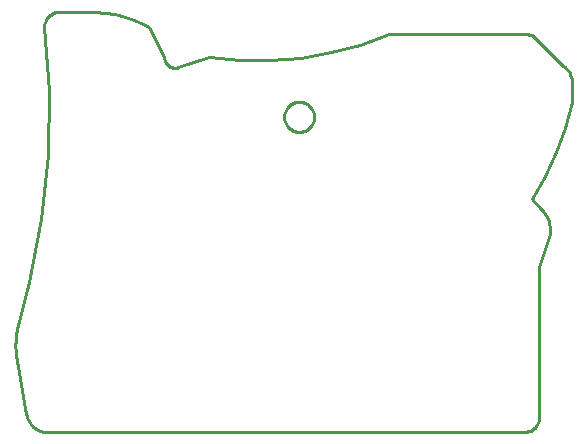
<source format=gko>
G04 EAGLE Gerber X2 export*
G75*
%MOMM*%
%FSLAX34Y34*%
%LPD*%
%AMOC8*
5,1,8,0,0,1.08239X$1,22.5*%
G01*
%ADD10C,0.254000*%


D10*
X1842Y65146D02*
X10199Y15008D01*
X10523Y13475D01*
X10981Y11976D01*
X11567Y10523D01*
X12277Y9127D01*
X13106Y7797D01*
X14049Y6545D01*
X15096Y5380D01*
X16241Y4311D01*
X17475Y3345D01*
X18789Y2491D01*
X20172Y1755D01*
X21614Y1142D01*
X23104Y656D01*
X24630Y303D01*
X26182Y84D01*
X27746Y1D01*
X27915Y0D01*
X431800Y0D01*
X432907Y48D01*
X434005Y193D01*
X435087Y433D01*
X436144Y766D01*
X437167Y1190D01*
X438150Y1701D01*
X439084Y2297D01*
X439963Y2971D01*
X440780Y3720D01*
X441529Y4537D01*
X442203Y5416D01*
X442799Y6350D01*
X443310Y7333D01*
X443734Y8356D01*
X444067Y9413D01*
X444307Y10495D01*
X444452Y11593D01*
X444500Y12700D01*
X444500Y139700D01*
X452236Y162908D01*
X452844Y165038D01*
X453265Y167214D01*
X453494Y169418D01*
X453530Y171633D01*
X453373Y173844D01*
X453024Y176032D01*
X452485Y178181D01*
X451761Y180276D01*
X450858Y182299D01*
X449781Y184236D01*
X448540Y186071D01*
X447144Y187792D01*
X446100Y188900D01*
X438150Y196850D01*
X449396Y216284D01*
X458906Y236625D01*
X466607Y257717D01*
X472440Y279400D01*
X472440Y297361D01*
X472100Y299025D01*
X471615Y300653D01*
X470991Y302233D01*
X470232Y303753D01*
X469342Y305200D01*
X468331Y306565D01*
X467204Y307836D01*
X465970Y309004D01*
X464640Y310061D01*
X440780Y333920D01*
X440203Y334449D01*
X439581Y334926D01*
X438920Y335347D01*
X438225Y335709D01*
X437502Y336008D01*
X436755Y336244D01*
X435990Y336414D01*
X435213Y336516D01*
X434430Y336550D01*
X317500Y336550D01*
X293123Y327840D01*
X268080Y321288D01*
X242561Y316943D01*
X216760Y314839D01*
X190874Y314992D01*
X165100Y317400D01*
X165100Y317500D01*
X139048Y308816D01*
X138280Y308597D01*
X137496Y308445D01*
X136702Y308363D01*
X135904Y308350D01*
X135107Y308406D01*
X134319Y308532D01*
X133544Y308726D01*
X132789Y308987D01*
X132060Y309313D01*
X131362Y309701D01*
X130701Y310148D01*
X130081Y310651D01*
X129507Y311207D01*
X128983Y311810D01*
X128515Y312456D01*
X128104Y313141D01*
X127755Y313859D01*
X127470Y314605D01*
X127251Y315373D01*
X127099Y316157D01*
X127016Y316952D01*
X127000Y317500D01*
X114300Y342900D01*
X109322Y345389D01*
X101618Y348830D01*
X93643Y351586D01*
X85458Y353636D01*
X77126Y354966D01*
X68709Y355564D01*
X66067Y355600D01*
X38100Y355600D01*
X36993Y355552D01*
X35895Y355407D01*
X34813Y355167D01*
X33756Y354834D01*
X32733Y354410D01*
X31750Y353899D01*
X30816Y353303D01*
X29937Y352629D01*
X29120Y351880D01*
X28371Y351063D01*
X27697Y350184D01*
X27101Y349250D01*
X26590Y348267D01*
X26166Y347244D01*
X25833Y346187D01*
X25593Y345105D01*
X25448Y344007D01*
X25400Y342900D01*
X29316Y288715D01*
X28494Y234394D01*
X22942Y180352D01*
X12700Y127000D01*
X2718Y87072D01*
X1778Y82467D01*
X1243Y77797D01*
X1117Y73098D01*
X1401Y68406D01*
X1842Y65146D01*
X254000Y266201D02*
X253922Y265206D01*
X253766Y264220D01*
X253533Y263250D01*
X253224Y262301D01*
X252842Y261379D01*
X252389Y260490D01*
X251868Y259639D01*
X251281Y258831D01*
X250633Y258073D01*
X249927Y257367D01*
X249169Y256719D01*
X248361Y256132D01*
X247510Y255611D01*
X246621Y255158D01*
X245699Y254776D01*
X244750Y254467D01*
X243780Y254234D01*
X242794Y254078D01*
X241799Y254000D01*
X240801Y254000D01*
X239806Y254078D01*
X238820Y254234D01*
X237850Y254467D01*
X236901Y254776D01*
X235979Y255158D01*
X235090Y255611D01*
X234239Y256132D01*
X233431Y256719D01*
X232673Y257367D01*
X231967Y258073D01*
X231319Y258831D01*
X230732Y259639D01*
X230211Y260490D01*
X229758Y261379D01*
X229376Y262301D01*
X229067Y263250D01*
X228834Y264220D01*
X228678Y265206D01*
X228600Y266201D01*
X228600Y267199D01*
X228678Y268194D01*
X228834Y269180D01*
X229067Y270150D01*
X229376Y271099D01*
X229758Y272021D01*
X230211Y272910D01*
X230732Y273761D01*
X231319Y274569D01*
X231967Y275327D01*
X232673Y276033D01*
X233431Y276681D01*
X234239Y277268D01*
X235090Y277789D01*
X235979Y278242D01*
X236901Y278624D01*
X237850Y278933D01*
X238820Y279166D01*
X239806Y279322D01*
X240801Y279400D01*
X241799Y279400D01*
X242794Y279322D01*
X243780Y279166D01*
X244750Y278933D01*
X245699Y278624D01*
X246621Y278242D01*
X247510Y277789D01*
X248361Y277268D01*
X249169Y276681D01*
X249927Y276033D01*
X250633Y275327D01*
X251281Y274569D01*
X251868Y273761D01*
X252389Y272910D01*
X252842Y272021D01*
X253224Y271099D01*
X253533Y270150D01*
X253766Y269180D01*
X253922Y268194D01*
X254000Y267199D01*
X254000Y266201D01*
X254000Y266201D02*
X253922Y265206D01*
X253766Y264220D01*
X253533Y263250D01*
X253224Y262301D01*
X252842Y261379D01*
X252389Y260490D01*
X251868Y259639D01*
X251281Y258831D01*
X250633Y258073D01*
X249927Y257367D01*
X249169Y256719D01*
X248361Y256132D01*
X247510Y255611D01*
X246621Y255158D01*
X245699Y254776D01*
X244750Y254467D01*
X243780Y254234D01*
X242794Y254078D01*
X241799Y254000D01*
X240801Y254000D01*
X239806Y254078D01*
X238820Y254234D01*
X237850Y254467D01*
X236901Y254776D01*
X235979Y255158D01*
X235090Y255611D01*
X234239Y256132D01*
X233431Y256719D01*
X232673Y257367D01*
X231967Y258073D01*
X231319Y258831D01*
X230732Y259639D01*
X230211Y260490D01*
X229758Y261379D01*
X229376Y262301D01*
X229067Y263250D01*
X228834Y264220D01*
X228678Y265206D01*
X228600Y266201D01*
X228600Y267199D01*
X228678Y268194D01*
X228834Y269180D01*
X229067Y270150D01*
X229376Y271099D01*
X229758Y272021D01*
X230211Y272910D01*
X230732Y273761D01*
X231319Y274569D01*
X231967Y275327D01*
X232673Y276033D01*
X233431Y276681D01*
X234239Y277268D01*
X235090Y277789D01*
X235979Y278242D01*
X236901Y278624D01*
X237850Y278933D01*
X238820Y279166D01*
X239806Y279322D01*
X240801Y279400D01*
X241799Y279400D01*
X242794Y279322D01*
X243780Y279166D01*
X244750Y278933D01*
X245699Y278624D01*
X246621Y278242D01*
X247510Y277789D01*
X248361Y277268D01*
X249169Y276681D01*
X249927Y276033D01*
X250633Y275327D01*
X251281Y274569D01*
X251868Y273761D01*
X252389Y272910D01*
X252842Y272021D01*
X253224Y271099D01*
X253533Y270150D01*
X253766Y269180D01*
X253922Y268194D01*
X254000Y267199D01*
X254000Y266201D01*
M02*

</source>
